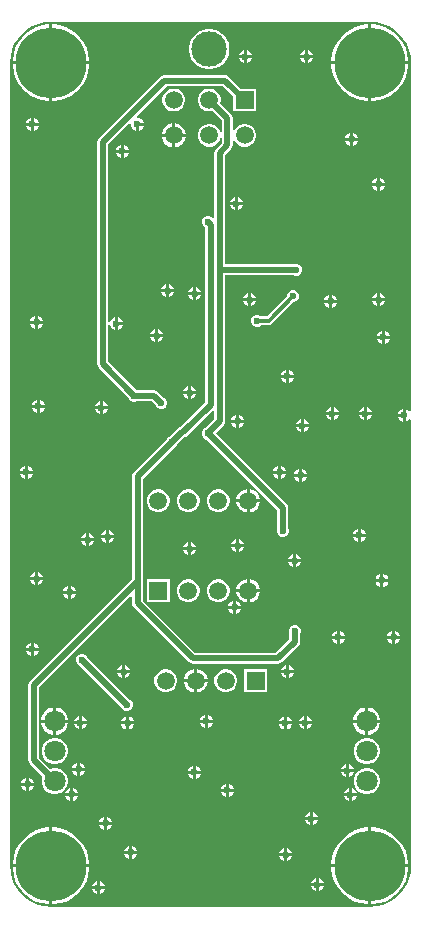
<source format=gbl>
G04*
G04 #@! TF.GenerationSoftware,Altium Limited,Altium Designer,23.0.1 (38)*
G04*
G04 Layer_Physical_Order=2*
G04 Layer_Color=16711680*
%FSLAX44Y44*%
%MOMM*%
G71*
G04*
G04 #@! TF.SameCoordinates,4F8D76B3-19B9-4F14-BD17-49225F6037FE*
G04*
G04*
G04 #@! TF.FilePolarity,Positive*
G04*
G01*
G75*
%ADD27C,0.5080*%
%ADD47C,0.3048*%
%ADD49C,1.5000*%
%ADD50R,1.5000X1.5000*%
%ADD51C,1.8000*%
%ADD52R,1.5000X1.5000*%
%ADD53C,1.5200*%
%ADD54C,3.0000*%
%ADD55R,1.5200X1.5200*%
%ADD56C,6.0000*%
%ADD57C,0.6000*%
G36*
X40064Y754754D02*
X308802D01*
X308809Y754754D01*
X310063Y754754D01*
X311326Y754737D01*
X315503Y754408D01*
X320809Y753135D01*
X325850Y751047D01*
X330503Y748196D01*
X334652Y744652D01*
X338196Y740503D01*
X341047Y735850D01*
X343135Y730809D01*
X344409Y725503D01*
X344737Y721326D01*
X344754Y720063D01*
D01*
X344754Y718809D01*
Y425508D01*
X343484Y425080D01*
X342228Y426337D01*
X340360Y427110D01*
Y421640D01*
Y416170D01*
X342228Y416943D01*
X343484Y418200D01*
X344754Y417772D01*
Y41325D01*
X344754Y41318D01*
X344754Y40064D01*
X344737Y38801D01*
X344409Y34624D01*
X343135Y29318D01*
X341047Y24277D01*
X338196Y19624D01*
X334652Y15475D01*
X330503Y11931D01*
X325850Y9080D01*
X320809Y6992D01*
X315503Y5718D01*
X310360Y5314D01*
X310063Y5372D01*
X40064D01*
X39767Y5314D01*
X34624Y5718D01*
X29318Y6992D01*
X24277Y9080D01*
X19624Y11931D01*
X15475Y15475D01*
X11931Y19624D01*
X9080Y24277D01*
X6992Y29318D01*
X5718Y34624D01*
X5314Y39767D01*
X5372Y40064D01*
Y720063D01*
X5314Y720360D01*
X5718Y725503D01*
X6992Y730809D01*
X9080Y735850D01*
X11931Y740503D01*
X15475Y744652D01*
X19624Y748196D01*
X24277Y751047D01*
X29318Y753135D01*
X34624Y754409D01*
X39767Y754813D01*
X40064Y754754D01*
D02*
G37*
%LPC*%
G36*
X257810Y730640D02*
Y726440D01*
X262010D01*
X261237Y728308D01*
X259678Y729867D01*
X257810Y730640D01*
D02*
G37*
G36*
X255270D02*
X253402Y729867D01*
X251843Y728308D01*
X251070Y726440D01*
X255270D01*
Y730640D01*
D02*
G37*
G36*
X205740D02*
Y726440D01*
X209940D01*
X209167Y728308D01*
X207608Y729867D01*
X205740Y730640D01*
D02*
G37*
G36*
X203200D02*
X201332Y729867D01*
X199773Y728308D01*
X199000Y726440D01*
X203200D01*
Y730640D01*
D02*
G37*
G36*
X312561Y752540D02*
X311270D01*
Y721270D01*
X342540D01*
Y722561D01*
X341739Y727620D01*
X340156Y732491D01*
X337831Y737055D01*
X334820Y741198D01*
X331198Y744820D01*
X327055Y747831D01*
X322491Y750156D01*
X317620Y751739D01*
X312561Y752540D01*
D02*
G37*
G36*
X308730D02*
X307439D01*
X302380Y751739D01*
X297509Y750156D01*
X292945Y747831D01*
X288802Y744820D01*
X285180Y741198D01*
X282169Y737055D01*
X279844Y732491D01*
X278261Y727620D01*
X277460Y722561D01*
Y721270D01*
X308730D01*
Y752540D01*
D02*
G37*
G36*
X42561D02*
X41270D01*
Y721270D01*
X72540D01*
Y722561D01*
X71739Y727620D01*
X70156Y732491D01*
X67831Y737055D01*
X64820Y741198D01*
X61198Y744820D01*
X57055Y747831D01*
X52491Y750156D01*
X47620Y751739D01*
X42561Y752540D01*
D02*
G37*
G36*
X38730D02*
X37439D01*
X32380Y751739D01*
X27509Y750156D01*
X22945Y747831D01*
X18802Y744820D01*
X15180Y741198D01*
X12169Y737055D01*
X9844Y732491D01*
X8261Y727620D01*
X7460Y722561D01*
Y721270D01*
X38730D01*
Y752540D01*
D02*
G37*
G36*
X262010Y723900D02*
X257810D01*
Y719700D01*
X259678Y720473D01*
X261237Y722032D01*
X262010Y723900D01*
D02*
G37*
G36*
X255270D02*
X251070D01*
X251843Y722032D01*
X253402Y720473D01*
X255270Y719700D01*
Y723900D01*
D02*
G37*
G36*
X209940D02*
X205740D01*
Y719700D01*
X207608Y720473D01*
X209167Y722032D01*
X209940Y723900D01*
D02*
G37*
G36*
X203200D02*
X199000D01*
X199773Y722032D01*
X201332Y720473D01*
X203200Y719700D01*
Y723900D01*
D02*
G37*
G36*
X175667Y748552D02*
X172313D01*
X169022Y747897D01*
X165922Y746614D01*
X163133Y744750D01*
X160760Y742377D01*
X158896Y739588D01*
X157612Y736488D01*
X156958Y733197D01*
Y729843D01*
X157612Y726552D01*
X158896Y723452D01*
X160760Y720663D01*
X163133Y718290D01*
X165922Y716426D01*
X169022Y715143D01*
X172313Y714488D01*
X175667D01*
X178958Y715143D01*
X182058Y716426D01*
X184847Y718290D01*
X187220Y720663D01*
X189084Y723452D01*
X190368Y726552D01*
X191022Y729843D01*
Y733197D01*
X190368Y736488D01*
X189084Y739588D01*
X187220Y742377D01*
X184847Y744750D01*
X182058Y746614D01*
X178958Y747897D01*
X175667Y748552D01*
D02*
G37*
G36*
X342540Y718730D02*
X311270D01*
Y687460D01*
X312561D01*
X317620Y688261D01*
X322491Y689844D01*
X327055Y692169D01*
X331198Y695180D01*
X334820Y698802D01*
X337831Y702945D01*
X340156Y707509D01*
X341739Y712380D01*
X342540Y717439D01*
Y718730D01*
D02*
G37*
G36*
X308730D02*
X277460D01*
Y717439D01*
X278261Y712380D01*
X279844Y707509D01*
X282169Y702945D01*
X285180Y698802D01*
X288802Y695180D01*
X292945Y692169D01*
X297509Y689844D01*
X302380Y688261D01*
X307439Y687460D01*
X308730D01*
Y718730D01*
D02*
G37*
G36*
X72540D02*
X41270D01*
Y687460D01*
X42561D01*
X47620Y688261D01*
X52491Y689844D01*
X57055Y692169D01*
X61198Y695180D01*
X64820Y698802D01*
X67831Y702945D01*
X70156Y707509D01*
X71739Y712380D01*
X72540Y717439D01*
Y718730D01*
D02*
G37*
G36*
X38730D02*
X7460D01*
Y717439D01*
X8261Y712380D01*
X9844Y707509D01*
X12169Y702945D01*
X15180Y698802D01*
X18802Y695180D01*
X22945Y692169D01*
X27509Y689844D01*
X32380Y688261D01*
X37439Y687460D01*
X38730D01*
Y718730D01*
D02*
G37*
G36*
X187660Y709512D02*
X135890D01*
X134106Y709157D01*
X132594Y708146D01*
X80524Y656076D01*
X79513Y654564D01*
X79158Y652780D01*
Y464820D01*
X79513Y463036D01*
X80524Y461524D01*
X105854Y436194D01*
X106224Y435300D01*
X107640Y433884D01*
X109489Y433118D01*
X111491D01*
X112385Y433488D01*
X125069D01*
X128714Y429844D01*
X129084Y428950D01*
X130500Y427534D01*
X132349Y426768D01*
X134351D01*
X136200Y427534D01*
X137616Y428950D01*
X138382Y430799D01*
Y432801D01*
X137616Y434650D01*
X136200Y436066D01*
X135306Y436436D01*
X130296Y441446D01*
X128784Y442457D01*
X127000Y442812D01*
X112421D01*
X88482Y466751D01*
Y497908D01*
X89710Y498008D01*
X90553Y495972D01*
X92112Y494413D01*
X93980Y493640D01*
Y499110D01*
Y504580D01*
X92112Y503807D01*
X90553Y502248D01*
X89710Y500212D01*
X88482Y500312D01*
Y650849D01*
X106220Y668588D01*
X107490Y668062D01*
Y666918D01*
X108333Y664882D01*
X109892Y663323D01*
X111760Y662550D01*
Y668020D01*
X113030D01*
Y669290D01*
X118500D01*
X117727Y671158D01*
X116168Y672717D01*
X114132Y673560D01*
X112989D01*
X112462Y674830D01*
X137821Y700188D01*
X185729D01*
X194358Y691560D01*
Y678888D01*
X213622D01*
Y698152D01*
X200950D01*
X190956Y708146D01*
X189444Y709157D01*
X189148Y709216D01*
X187660Y709512D01*
D02*
G37*
G36*
X145258Y698152D02*
X142722D01*
X140272Y697496D01*
X138076Y696227D01*
X136283Y694434D01*
X135014Y692238D01*
X134358Y689788D01*
Y687252D01*
X135014Y684802D01*
X136283Y682606D01*
X138076Y680813D01*
X140272Y679544D01*
X142722Y678888D01*
X145258D01*
X147708Y679544D01*
X149904Y680813D01*
X151698Y682606D01*
X152966Y684802D01*
X153622Y687252D01*
Y689788D01*
X152966Y692238D01*
X151698Y694434D01*
X149904Y696227D01*
X147708Y697496D01*
X145258Y698152D01*
D02*
G37*
G36*
X25400Y673490D02*
Y669290D01*
X29600D01*
X28827Y671158D01*
X27268Y672717D01*
X25400Y673490D01*
D02*
G37*
G36*
X22860D02*
X20992Y672717D01*
X19433Y671158D01*
X18660Y669290D01*
X22860D01*
Y673490D01*
D02*
G37*
G36*
X118500Y666750D02*
X114300D01*
Y662550D01*
X116168Y663323D01*
X117727Y664882D01*
X118500Y666750D01*
D02*
G37*
G36*
X29600D02*
X25400D01*
Y662550D01*
X27268Y663323D01*
X28827Y664882D01*
X29600Y666750D01*
D02*
G37*
G36*
X22860D02*
X18660D01*
X19433Y664882D01*
X20992Y663323D01*
X22860Y662550D01*
Y666750D01*
D02*
G37*
G36*
X175258Y698152D02*
X172722D01*
X170272Y697496D01*
X168076Y696227D01*
X166283Y694434D01*
X165014Y692238D01*
X164358Y689788D01*
Y687252D01*
X165014Y684802D01*
X166283Y682606D01*
X168076Y680813D01*
X170272Y679544D01*
X172722Y678888D01*
X175258D01*
X176655Y679262D01*
X184568Y671349D01*
Y661163D01*
X183298Y660996D01*
X182966Y662238D01*
X181698Y664434D01*
X179904Y666227D01*
X177708Y667496D01*
X175258Y668152D01*
X172722D01*
X170272Y667496D01*
X168076Y666227D01*
X166283Y664434D01*
X165014Y662238D01*
X164358Y659788D01*
Y657252D01*
X165014Y654802D01*
X166283Y652606D01*
X168076Y650813D01*
X170272Y649544D01*
X172722Y648888D01*
X175258D01*
X177708Y649544D01*
X179904Y650813D01*
X181698Y652606D01*
X182966Y654802D01*
X183298Y656044D01*
X184568Y655877D01*
Y652171D01*
X179584Y647186D01*
X178573Y645674D01*
X178218Y643890D01*
Y588663D01*
X177151Y588366D01*
X176948Y588358D01*
X175570Y589736D01*
X173721Y590502D01*
X171719D01*
X169870Y589736D01*
X168454Y588320D01*
X167688Y586471D01*
Y584469D01*
X168454Y582620D01*
X169870Y581204D01*
X170339Y581010D01*
X170646Y580702D01*
Y432509D01*
X150086Y411948D01*
X149127Y411757D01*
X147614Y410747D01*
X140284Y403416D01*
X139390Y403046D01*
X137974Y401630D01*
X137604Y400736D01*
X109988Y373120D01*
X108977Y371608D01*
X108622Y369824D01*
Y282855D01*
X22104Y196336D01*
X21093Y194824D01*
X20738Y193040D01*
Y129540D01*
X21093Y127756D01*
X22104Y126244D01*
X32779Y115568D01*
X32148Y113212D01*
Y110308D01*
X32900Y107502D01*
X34352Y104986D01*
X36406Y102932D01*
X38922Y101480D01*
X41728Y100728D01*
X44632D01*
X47438Y101480D01*
X49954Y102932D01*
X52008Y104986D01*
X53460Y107502D01*
X54212Y110308D01*
Y113212D01*
X53460Y116018D01*
X52008Y118534D01*
X49954Y120588D01*
X47438Y122040D01*
X44632Y122792D01*
X41728D01*
X39372Y122161D01*
X30062Y131471D01*
Y191109D01*
X107449Y268497D01*
X108622Y268011D01*
Y262636D01*
X108977Y260852D01*
X109988Y259340D01*
X156724Y212604D01*
X158236Y211593D01*
X160020Y211238D01*
X232410D01*
X234194Y211593D01*
X235706Y212604D01*
X249676Y226574D01*
X250687Y228086D01*
X251042Y229870D01*
Y236865D01*
X251412Y237759D01*
Y239761D01*
X250646Y241610D01*
X249230Y243026D01*
X247381Y243792D01*
X245379D01*
X243530Y243026D01*
X242114Y241610D01*
X241348Y239761D01*
Y237759D01*
X241718Y236865D01*
Y231801D01*
X230479Y220562D01*
X161951D01*
X117946Y264567D01*
Y367893D01*
X144196Y394144D01*
X145090Y394514D01*
X146506Y395930D01*
X146876Y396824D01*
X153006Y402953D01*
X153965Y403144D01*
X155477Y404154D01*
X177045Y425723D01*
X178218Y425237D01*
Y418491D01*
X170764Y411036D01*
X169870Y410666D01*
X168454Y409250D01*
X167688Y407401D01*
Y405399D01*
X168454Y403550D01*
X169870Y402134D01*
X170764Y401764D01*
X231558Y340969D01*
Y325745D01*
X231188Y324851D01*
Y322849D01*
X231954Y321000D01*
X233370Y319584D01*
X235219Y318818D01*
X237221D01*
X239070Y319584D01*
X240486Y321000D01*
X241252Y322849D01*
Y324851D01*
X240882Y325745D01*
Y342900D01*
X240527Y344684D01*
X239516Y346196D01*
X179312Y406400D01*
X186176Y413264D01*
X187187Y414776D01*
X187542Y416560D01*
Y540168D01*
X245755D01*
X246649Y539798D01*
X248651D01*
X250500Y540564D01*
X251916Y541980D01*
X252682Y543829D01*
Y545831D01*
X251916Y547680D01*
X250500Y549096D01*
X248651Y549862D01*
X246649D01*
X245755Y549492D01*
X187542D01*
Y641959D01*
X192526Y646944D01*
X193537Y648456D01*
X193892Y650240D01*
Y654338D01*
X193907Y654344D01*
X195162Y654547D01*
X196283Y652606D01*
X198076Y650813D01*
X200272Y649544D01*
X202722Y648888D01*
X205258D01*
X207708Y649544D01*
X209904Y650813D01*
X211698Y652606D01*
X212966Y654802D01*
X213622Y657252D01*
Y659788D01*
X212966Y662238D01*
X211698Y664434D01*
X209904Y666227D01*
X207708Y667496D01*
X205258Y668152D01*
X202722D01*
X200272Y667496D01*
X198076Y666227D01*
X196283Y664434D01*
X195162Y662493D01*
X193907Y662696D01*
X193892Y662702D01*
Y673280D01*
X193537Y675064D01*
X192526Y676576D01*
X183248Y685855D01*
X183622Y687252D01*
Y689788D01*
X182966Y692238D01*
X181698Y694434D01*
X179904Y696227D01*
X177708Y697496D01*
X175258Y698152D01*
D02*
G37*
G36*
X145325Y668660D02*
X145260D01*
Y659790D01*
X154130D01*
Y659855D01*
X153439Y662434D01*
X152104Y664746D01*
X150216Y666634D01*
X147904Y667969D01*
X145325Y668660D01*
D02*
G37*
G36*
X142720D02*
X142655D01*
X140076Y667969D01*
X137764Y666634D01*
X135876Y664746D01*
X134541Y662434D01*
X133850Y659855D01*
Y659790D01*
X142720D01*
Y668660D01*
D02*
G37*
G36*
X295910Y660790D02*
Y656590D01*
X300110D01*
X299337Y658458D01*
X297778Y660017D01*
X295910Y660790D01*
D02*
G37*
G36*
X293370D02*
X291502Y660017D01*
X289943Y658458D01*
X289170Y656590D01*
X293370D01*
Y660790D01*
D02*
G37*
G36*
X300110Y654050D02*
X295910D01*
Y649850D01*
X297778Y650623D01*
X299337Y652182D01*
X300110Y654050D01*
D02*
G37*
G36*
X293370D02*
X289170D01*
X289943Y652182D01*
X291502Y650623D01*
X293370Y649850D01*
Y654050D01*
D02*
G37*
G36*
X154130Y657250D02*
X145260D01*
Y648380D01*
X145325D01*
X147904Y649071D01*
X150216Y650406D01*
X152104Y652294D01*
X153439Y654606D01*
X154130Y657185D01*
Y657250D01*
D02*
G37*
G36*
X142720D02*
X133850D01*
Y657185D01*
X134541Y654606D01*
X135876Y652294D01*
X137764Y650406D01*
X140076Y649071D01*
X142655Y648380D01*
X142720D01*
Y657250D01*
D02*
G37*
G36*
X101600Y650630D02*
Y646430D01*
X105800D01*
X105027Y648298D01*
X103468Y649857D01*
X101600Y650630D01*
D02*
G37*
G36*
X99060D02*
X97192Y649857D01*
X95633Y648298D01*
X94860Y646430D01*
X99060D01*
Y650630D01*
D02*
G37*
G36*
X105800Y643890D02*
X101600D01*
Y639690D01*
X103468Y640463D01*
X105027Y642022D01*
X105800Y643890D01*
D02*
G37*
G36*
X99060D02*
X94860D01*
X95633Y642022D01*
X97192Y640463D01*
X99060Y639690D01*
Y643890D01*
D02*
G37*
G36*
X318770Y622690D02*
Y618490D01*
X322970D01*
X322197Y620358D01*
X320638Y621917D01*
X318770Y622690D01*
D02*
G37*
G36*
X316230D02*
X314362Y621917D01*
X312803Y620358D01*
X312030Y618490D01*
X316230D01*
Y622690D01*
D02*
G37*
G36*
X322970Y615950D02*
X318770D01*
Y611750D01*
X320638Y612523D01*
X322197Y614082D01*
X322970Y615950D01*
D02*
G37*
G36*
X316230D02*
X312030D01*
X312803Y614082D01*
X314362Y612523D01*
X316230Y611750D01*
Y615950D01*
D02*
G37*
G36*
X198120Y606180D02*
Y601980D01*
X202320D01*
X201547Y603848D01*
X199988Y605407D01*
X198120Y606180D01*
D02*
G37*
G36*
X195580D02*
X193712Y605407D01*
X192153Y603848D01*
X191380Y601980D01*
X195580D01*
Y606180D01*
D02*
G37*
G36*
X202320Y599440D02*
X198120D01*
Y595240D01*
X199988Y596013D01*
X201547Y597572D01*
X202320Y599440D01*
D02*
G37*
G36*
X195580D02*
X191380D01*
X192153Y597572D01*
X193712Y596013D01*
X195580Y595240D01*
Y599440D01*
D02*
G37*
G36*
X140090Y532520D02*
Y528320D01*
X144291D01*
X143517Y530188D01*
X141959Y531747D01*
X140090Y532520D01*
D02*
G37*
G36*
X137550D02*
X135682Y531747D01*
X134124Y530188D01*
X133350Y528320D01*
X137550D01*
Y532520D01*
D02*
G37*
G36*
X162950Y529980D02*
Y525780D01*
X167151D01*
X166377Y527648D01*
X164818Y529207D01*
X162950Y529980D01*
D02*
G37*
G36*
X160410D02*
X158542Y529207D01*
X156984Y527648D01*
X156210Y525780D01*
X160410D01*
Y529980D01*
D02*
G37*
G36*
X144291Y525780D02*
X140090D01*
Y521580D01*
X141959Y522353D01*
X143517Y523912D01*
X144291Y525780D01*
D02*
G37*
G36*
X137550D02*
X133350D01*
X134124Y523912D01*
X135682Y522353D01*
X137550Y521580D01*
Y525780D01*
D02*
G37*
G36*
X318770Y524900D02*
Y520700D01*
X322970D01*
X322197Y522568D01*
X320638Y524127D01*
X318770Y524900D01*
D02*
G37*
G36*
X316230D02*
X314362Y524127D01*
X312803Y522568D01*
X312030Y520700D01*
X316230D01*
Y524900D01*
D02*
G37*
G36*
X209550D02*
Y520700D01*
X213750D01*
X212977Y522568D01*
X211418Y524127D01*
X209550Y524900D01*
D02*
G37*
G36*
X207010D02*
X205142Y524127D01*
X203583Y522568D01*
X202810Y520700D01*
X207010D01*
Y524900D01*
D02*
G37*
G36*
X278130Y523630D02*
Y519430D01*
X282330D01*
X281557Y521298D01*
X279998Y522857D01*
X278130Y523630D01*
D02*
G37*
G36*
X275590D02*
X273722Y522857D01*
X272163Y521298D01*
X271390Y519430D01*
X275590D01*
Y523630D01*
D02*
G37*
G36*
X167151Y523240D02*
X162950D01*
Y519040D01*
X164818Y519813D01*
X166377Y521372D01*
X167151Y523240D01*
D02*
G37*
G36*
X160410D02*
X156210D01*
X156984Y521372D01*
X158542Y519813D01*
X160410Y519040D01*
Y523240D01*
D02*
G37*
G36*
X322970Y518160D02*
X318770D01*
Y513960D01*
X320638Y514733D01*
X322197Y516292D01*
X322970Y518160D01*
D02*
G37*
G36*
X316230D02*
X312030D01*
X312803Y516292D01*
X314362Y514733D01*
X316230Y513960D01*
Y518160D01*
D02*
G37*
G36*
X213750D02*
X209550D01*
Y513960D01*
X211418Y514733D01*
X212977Y516292D01*
X213750Y518160D01*
D02*
G37*
G36*
X207010D02*
X202810D01*
X203583Y516292D01*
X205142Y514733D01*
X207010Y513960D01*
Y518160D01*
D02*
G37*
G36*
X282330Y516890D02*
X278130D01*
Y512690D01*
X279998Y513463D01*
X281557Y515022D01*
X282330Y516890D01*
D02*
G37*
G36*
X275590D02*
X271390D01*
X272163Y515022D01*
X273722Y513463D01*
X275590Y512690D01*
Y516890D01*
D02*
G37*
G36*
X245878Y527235D02*
X243876D01*
X242026Y526469D01*
X240611Y525054D01*
X239845Y523204D01*
Y522299D01*
X222822Y505276D01*
X218121D01*
X217480Y505916D01*
X215631Y506682D01*
X213629D01*
X211780Y505916D01*
X210364Y504500D01*
X209598Y502651D01*
Y500649D01*
X210364Y498800D01*
X211780Y497384D01*
X213629Y496618D01*
X215631D01*
X217480Y497384D01*
X218121Y498024D01*
X224323D01*
X224324Y498024D01*
X225711Y498300D01*
X226887Y499086D01*
X244972Y517171D01*
X245878D01*
X247727Y517937D01*
X249143Y519353D01*
X249909Y521202D01*
Y523204D01*
X249143Y525054D01*
X247727Y526469D01*
X245878Y527235D01*
D02*
G37*
G36*
X29210Y505850D02*
Y501650D01*
X33410D01*
X32637Y503518D01*
X31078Y505077D01*
X29210Y505850D01*
D02*
G37*
G36*
X26670D02*
X24802Y505077D01*
X23243Y503518D01*
X22470Y501650D01*
X26670D01*
Y505850D01*
D02*
G37*
G36*
X96520Y504580D02*
Y500380D01*
X100720D01*
X99947Y502248D01*
X98388Y503807D01*
X96520Y504580D01*
D02*
G37*
G36*
X26670Y499110D02*
X22470D01*
X23243Y497242D01*
X24802Y495683D01*
X26670Y494910D01*
Y499110D01*
D02*
G37*
G36*
X33410D02*
X29210D01*
Y494910D01*
X31078Y495683D01*
X32637Y497242D01*
X33410Y499110D01*
D02*
G37*
G36*
X100720Y497840D02*
X96520D01*
Y493640D01*
X98388Y494413D01*
X99947Y495972D01*
X100720Y497840D01*
D02*
G37*
G36*
X130810Y494420D02*
Y490220D01*
X135010D01*
X134237Y492088D01*
X132678Y493647D01*
X130810Y494420D01*
D02*
G37*
G36*
X128270D02*
X126402Y493647D01*
X124843Y492088D01*
X124070Y490220D01*
X128270D01*
Y494420D01*
D02*
G37*
G36*
X322580Y493150D02*
Y488950D01*
X326780D01*
X326007Y490818D01*
X324448Y492377D01*
X322580Y493150D01*
D02*
G37*
G36*
X320040D02*
X318172Y492377D01*
X316613Y490818D01*
X315840Y488950D01*
X320040D01*
Y493150D01*
D02*
G37*
G36*
X135010Y487680D02*
X130810D01*
Y483480D01*
X132678Y484253D01*
X134237Y485812D01*
X135010Y487680D01*
D02*
G37*
G36*
X128270D02*
X124070D01*
X124843Y485812D01*
X126402Y484253D01*
X128270Y483480D01*
Y487680D01*
D02*
G37*
G36*
X326780Y486410D02*
X322580D01*
Y482210D01*
X324448Y482983D01*
X326007Y484542D01*
X326780Y486410D01*
D02*
G37*
G36*
X320040D02*
X315840D01*
X316613Y484542D01*
X318172Y482983D01*
X320040Y482210D01*
Y486410D01*
D02*
G37*
G36*
X241300Y460130D02*
Y455930D01*
X245500D01*
X244727Y457798D01*
X243168Y459357D01*
X241300Y460130D01*
D02*
G37*
G36*
X238760D02*
X236892Y459357D01*
X235333Y457798D01*
X234560Y455930D01*
X238760D01*
Y460130D01*
D02*
G37*
G36*
X245500Y453390D02*
X241300D01*
Y449190D01*
X243168Y449963D01*
X244727Y451522D01*
X245500Y453390D01*
D02*
G37*
G36*
X238760D02*
X234560D01*
X235333Y451522D01*
X236892Y449963D01*
X238760Y449190D01*
Y453390D01*
D02*
G37*
G36*
X158750Y446160D02*
Y441960D01*
X162950D01*
X162177Y443828D01*
X160618Y445387D01*
X158750Y446160D01*
D02*
G37*
G36*
X156210D02*
X154342Y445387D01*
X152783Y443828D01*
X152010Y441960D01*
X156210D01*
Y446160D01*
D02*
G37*
G36*
X162950Y439420D02*
X158750D01*
Y435220D01*
X160618Y435993D01*
X162177Y437552D01*
X162950Y439420D01*
D02*
G37*
G36*
X156210D02*
X152010D01*
X152783Y437552D01*
X154342Y435993D01*
X156210Y435220D01*
Y439420D01*
D02*
G37*
G36*
X30480Y434730D02*
Y430530D01*
X34680D01*
X33907Y432398D01*
X32348Y433957D01*
X30480Y434730D01*
D02*
G37*
G36*
X27940D02*
X26072Y433957D01*
X24513Y432398D01*
X23740Y430530D01*
X27940D01*
Y434730D01*
D02*
G37*
G36*
X83820Y433460D02*
Y429260D01*
X88020D01*
X87247Y431128D01*
X85688Y432687D01*
X83820Y433460D01*
D02*
G37*
G36*
X81280D02*
X79412Y432687D01*
X77853Y431128D01*
X77080Y429260D01*
X81280D01*
Y433460D01*
D02*
G37*
G36*
X307340Y428380D02*
Y424180D01*
X311540D01*
X310767Y426048D01*
X309208Y427607D01*
X307340Y428380D01*
D02*
G37*
G36*
X304800D02*
X302932Y427607D01*
X301373Y426048D01*
X300600Y424180D01*
X304800D01*
Y428380D01*
D02*
G37*
G36*
X279400D02*
Y424180D01*
X283600D01*
X282827Y426048D01*
X281268Y427607D01*
X279400Y428380D01*
D02*
G37*
G36*
X276860D02*
X274992Y427607D01*
X273433Y426048D01*
X272660Y424180D01*
X276860D01*
Y428380D01*
D02*
G37*
G36*
X34680Y427990D02*
X30480D01*
Y423790D01*
X32348Y424563D01*
X33907Y426122D01*
X34680Y427990D01*
D02*
G37*
G36*
X27940D02*
X23740D01*
X24513Y426122D01*
X26072Y424563D01*
X27940Y423790D01*
Y427990D01*
D02*
G37*
G36*
X337820Y427110D02*
X335952Y426337D01*
X334393Y424778D01*
X333620Y422910D01*
X337820D01*
Y427110D01*
D02*
G37*
G36*
X88020Y426720D02*
X83820D01*
Y422520D01*
X85688Y423293D01*
X87247Y424852D01*
X88020Y426720D01*
D02*
G37*
G36*
X81280D02*
X77080D01*
X77853Y424852D01*
X79412Y423293D01*
X81280Y422520D01*
Y426720D01*
D02*
G37*
G36*
X199390Y422030D02*
Y417830D01*
X203590D01*
X202817Y419698D01*
X201258Y421257D01*
X199390Y422030D01*
D02*
G37*
G36*
X196850D02*
X194982Y421257D01*
X193423Y419698D01*
X192650Y417830D01*
X196850D01*
Y422030D01*
D02*
G37*
G36*
X311540Y421640D02*
X307340D01*
Y417440D01*
X309208Y418213D01*
X310767Y419772D01*
X311540Y421640D01*
D02*
G37*
G36*
X304800D02*
X300600D01*
X301373Y419772D01*
X302932Y418213D01*
X304800Y417440D01*
Y421640D01*
D02*
G37*
G36*
X283600D02*
X279400D01*
Y417440D01*
X281268Y418213D01*
X282827Y419772D01*
X283600Y421640D01*
D02*
G37*
G36*
X276860D02*
X272660D01*
X273433Y419772D01*
X274992Y418213D01*
X276860Y417440D01*
Y421640D01*
D02*
G37*
G36*
X337820Y420370D02*
X333620D01*
X334393Y418502D01*
X335952Y416943D01*
X337820Y416170D01*
Y420370D01*
D02*
G37*
G36*
X254000Y418220D02*
Y414020D01*
X258200D01*
X257427Y415888D01*
X255868Y417447D01*
X254000Y418220D01*
D02*
G37*
G36*
X251460D02*
X249592Y417447D01*
X248033Y415888D01*
X247260Y414020D01*
X251460D01*
Y418220D01*
D02*
G37*
G36*
X203590Y415290D02*
X199390D01*
Y411090D01*
X201258Y411863D01*
X202817Y413422D01*
X203590Y415290D01*
D02*
G37*
G36*
X196850D02*
X192650D01*
X193423Y413422D01*
X194982Y411863D01*
X196850Y411090D01*
Y415290D01*
D02*
G37*
G36*
X258200Y411480D02*
X254000D01*
Y407280D01*
X255868Y408053D01*
X257427Y409612D01*
X258200Y411480D01*
D02*
G37*
G36*
X251460D02*
X247260D01*
X248033Y409612D01*
X249592Y408053D01*
X251460Y407280D01*
Y411480D01*
D02*
G37*
G36*
X234950Y378850D02*
Y374650D01*
X239150D01*
X238377Y376518D01*
X236818Y378077D01*
X234950Y378850D01*
D02*
G37*
G36*
X232410D02*
X230542Y378077D01*
X228983Y376518D01*
X228210Y374650D01*
X232410D01*
Y378850D01*
D02*
G37*
G36*
X20320D02*
Y374650D01*
X24520D01*
X23747Y376518D01*
X22188Y378077D01*
X20320Y378850D01*
D02*
G37*
G36*
X17780D02*
X15912Y378077D01*
X14353Y376518D01*
X13580Y374650D01*
X17780D01*
Y378850D01*
D02*
G37*
G36*
X252730Y376310D02*
Y372110D01*
X256930D01*
X256157Y373978D01*
X254598Y375537D01*
X252730Y376310D01*
D02*
G37*
G36*
X250190D02*
X248322Y375537D01*
X246763Y373978D01*
X245990Y372110D01*
X250190D01*
Y376310D01*
D02*
G37*
G36*
X24520Y372110D02*
X20320D01*
Y367910D01*
X22188Y368683D01*
X23747Y370242D01*
X24520Y372110D01*
D02*
G37*
G36*
X17780D02*
X13580D01*
X14353Y370242D01*
X15912Y368683D01*
X17780Y367910D01*
Y372110D01*
D02*
G37*
G36*
X239150D02*
X234950D01*
Y367910D01*
X236818Y368683D01*
X238377Y370242D01*
X239150Y372110D01*
D02*
G37*
G36*
X232410D02*
X228210D01*
X228983Y370242D01*
X230542Y368683D01*
X232410Y367910D01*
Y372110D01*
D02*
G37*
G36*
X256930Y369570D02*
X252730D01*
Y365370D01*
X254598Y366143D01*
X256157Y367702D01*
X256930Y369570D01*
D02*
G37*
G36*
X250190D02*
X245990D01*
X246763Y367702D01*
X248322Y366143D01*
X250190Y365370D01*
Y369570D01*
D02*
G37*
G36*
X208332Y359290D02*
X208280D01*
Y350520D01*
X217050D01*
Y350572D01*
X216366Y353125D01*
X215044Y355415D01*
X213175Y357284D01*
X210885Y358606D01*
X208332Y359290D01*
D02*
G37*
G36*
X205740D02*
X205688D01*
X203135Y358606D01*
X200845Y357284D01*
X198976Y355415D01*
X197654Y353125D01*
X196970Y350572D01*
Y350520D01*
X205740D01*
Y359290D01*
D02*
G37*
G36*
X182865Y358782D02*
X180355D01*
X177931Y358132D01*
X175757Y356878D01*
X173983Y355103D01*
X172728Y352929D01*
X172078Y350505D01*
Y347995D01*
X172728Y345571D01*
X173983Y343397D01*
X175757Y341623D01*
X177931Y340368D01*
X180355Y339718D01*
X182865D01*
X185289Y340368D01*
X187463Y341623D01*
X189237Y343397D01*
X190492Y345571D01*
X191142Y347995D01*
Y350505D01*
X190492Y352929D01*
X189237Y355103D01*
X187463Y356878D01*
X185289Y358132D01*
X182865Y358782D01*
D02*
G37*
G36*
X157465D02*
X154955D01*
X152531Y358132D01*
X150357Y356878D01*
X148582Y355103D01*
X147328Y352929D01*
X146678Y350505D01*
Y347995D01*
X147328Y345571D01*
X148582Y343397D01*
X150357Y341623D01*
X152531Y340368D01*
X154955Y339718D01*
X157465D01*
X159889Y340368D01*
X162063Y341623D01*
X163838Y343397D01*
X165092Y345571D01*
X165742Y347995D01*
Y350505D01*
X165092Y352929D01*
X163838Y355103D01*
X162063Y356878D01*
X159889Y358132D01*
X157465Y358782D01*
D02*
G37*
G36*
X132065D02*
X129555D01*
X127131Y358132D01*
X124957Y356878D01*
X123182Y355103D01*
X121928Y352929D01*
X121278Y350505D01*
Y347995D01*
X121928Y345571D01*
X123182Y343397D01*
X124957Y341623D01*
X127131Y340368D01*
X129555Y339718D01*
X132065D01*
X134489Y340368D01*
X136663Y341623D01*
X138438Y343397D01*
X139692Y345571D01*
X140342Y347995D01*
Y350505D01*
X139692Y352929D01*
X138438Y355103D01*
X136663Y356878D01*
X134489Y358132D01*
X132065Y358782D01*
D02*
G37*
G36*
X217050Y347980D02*
X208280D01*
Y339210D01*
X208332D01*
X210885Y339894D01*
X213175Y341216D01*
X215044Y343085D01*
X216366Y345375D01*
X217050Y347928D01*
Y347980D01*
D02*
G37*
G36*
X205740D02*
X196970D01*
Y347928D01*
X197654Y345375D01*
X198976Y343085D01*
X200845Y341216D01*
X203135Y339894D01*
X205688Y339210D01*
X205740D01*
Y347980D01*
D02*
G37*
G36*
X302260Y325510D02*
Y321310D01*
X306460D01*
X305687Y323178D01*
X304128Y324737D01*
X302260Y325510D01*
D02*
G37*
G36*
X299720D02*
X297852Y324737D01*
X296293Y323178D01*
X295520Y321310D01*
X299720D01*
Y325510D01*
D02*
G37*
G36*
X89170Y324240D02*
Y320040D01*
X93370D01*
X92597Y321908D01*
X91038Y323467D01*
X89170Y324240D01*
D02*
G37*
G36*
X86630D02*
X84762Y323467D01*
X83203Y321908D01*
X82430Y320040D01*
X86630D01*
Y324240D01*
D02*
G37*
G36*
X72390Y321700D02*
Y317500D01*
X76590D01*
X75817Y319368D01*
X74258Y320927D01*
X72390Y321700D01*
D02*
G37*
G36*
X69850D02*
X67982Y320927D01*
X66423Y319368D01*
X65650Y317500D01*
X69850D01*
Y321700D01*
D02*
G37*
G36*
X306460Y318770D02*
X302260D01*
Y314570D01*
X304128Y315343D01*
X305687Y316902D01*
X306460Y318770D01*
D02*
G37*
G36*
X299720D02*
X295520D01*
X296293Y316902D01*
X297852Y315343D01*
X299720Y314570D01*
Y318770D01*
D02*
G37*
G36*
X93370Y317500D02*
X89170D01*
Y313300D01*
X91038Y314073D01*
X92597Y315632D01*
X93370Y317500D01*
D02*
G37*
G36*
X86630D02*
X82430D01*
X83203Y315632D01*
X84762Y314073D01*
X86630Y313300D01*
Y317500D01*
D02*
G37*
G36*
X199390Y316620D02*
Y312420D01*
X203590D01*
X202817Y314288D01*
X201258Y315847D01*
X199390Y316620D01*
D02*
G37*
G36*
X196850D02*
X194982Y315847D01*
X193423Y314288D01*
X192650Y312420D01*
X196850D01*
Y316620D01*
D02*
G37*
G36*
X76590Y314960D02*
X72390D01*
Y310760D01*
X74258Y311533D01*
X75817Y313092D01*
X76590Y314960D01*
D02*
G37*
G36*
X69850D02*
X65650D01*
X66423Y313092D01*
X67982Y311533D01*
X69850Y310760D01*
Y314960D01*
D02*
G37*
G36*
X158750Y314080D02*
Y309880D01*
X162950D01*
X162177Y311748D01*
X160618Y313307D01*
X158750Y314080D01*
D02*
G37*
G36*
X156210D02*
X154342Y313307D01*
X152783Y311748D01*
X152010Y309880D01*
X156210D01*
Y314080D01*
D02*
G37*
G36*
X203590Y309880D02*
X199390D01*
Y305680D01*
X201258Y306453D01*
X202817Y308012D01*
X203590Y309880D01*
D02*
G37*
G36*
X196850D02*
X192650D01*
X193423Y308012D01*
X194982Y306453D01*
X196850Y305680D01*
Y309880D01*
D02*
G37*
G36*
X162950Y307340D02*
X158750D01*
Y303140D01*
X160618Y303913D01*
X162177Y305472D01*
X162950Y307340D01*
D02*
G37*
G36*
X156210D02*
X152010D01*
X152783Y305472D01*
X154342Y303913D01*
X156210Y303140D01*
Y307340D01*
D02*
G37*
G36*
X247650Y303920D02*
Y299720D01*
X251850D01*
X251077Y301588D01*
X249518Y303147D01*
X247650Y303920D01*
D02*
G37*
G36*
X245110D02*
X243242Y303147D01*
X241683Y301588D01*
X240910Y299720D01*
X245110D01*
Y303920D01*
D02*
G37*
G36*
X251850Y297180D02*
X247650D01*
Y292980D01*
X249518Y293753D01*
X251077Y295312D01*
X251850Y297180D01*
D02*
G37*
G36*
X245110D02*
X240910D01*
X241683Y295312D01*
X243242Y293753D01*
X245110Y292980D01*
Y297180D01*
D02*
G37*
G36*
X29210Y288680D02*
Y284480D01*
X33410D01*
X32637Y286348D01*
X31078Y287907D01*
X29210Y288680D01*
D02*
G37*
G36*
X26670D02*
X24802Y287907D01*
X23243Y286348D01*
X22470Y284480D01*
X26670D01*
Y288680D01*
D02*
G37*
G36*
X321516Y287410D02*
Y283210D01*
X325716D01*
X324943Y285078D01*
X323384Y286637D01*
X321516Y287410D01*
D02*
G37*
G36*
X318976D02*
X317108Y286637D01*
X315549Y285078D01*
X314776Y283210D01*
X318976D01*
Y287410D01*
D02*
G37*
G36*
X26670Y281940D02*
X22470D01*
X23243Y280072D01*
X24802Y278513D01*
X26670Y277740D01*
Y281940D01*
D02*
G37*
G36*
X33410D02*
X29210D01*
Y277740D01*
X31078Y278513D01*
X32637Y280072D01*
X33410Y281940D01*
D02*
G37*
G36*
X325716Y280670D02*
X321516D01*
Y276470D01*
X323384Y277243D01*
X324943Y278802D01*
X325716Y280670D01*
D02*
G37*
G36*
X318976D02*
X314776D01*
X315549Y278802D01*
X317108Y277243D01*
X318976Y276470D01*
Y280670D01*
D02*
G37*
G36*
X208332Y283090D02*
X208280D01*
Y274320D01*
X217050D01*
Y274372D01*
X216366Y276925D01*
X215044Y279215D01*
X213175Y281084D01*
X210885Y282406D01*
X208332Y283090D01*
D02*
G37*
G36*
X205740D02*
X205688D01*
X203135Y282406D01*
X200845Y281084D01*
X198976Y279215D01*
X197654Y276925D01*
X196970Y274372D01*
Y274320D01*
X205740D01*
Y283090D01*
D02*
G37*
G36*
X57150Y277250D02*
Y273050D01*
X61350D01*
X60577Y274918D01*
X59018Y276477D01*
X57150Y277250D01*
D02*
G37*
G36*
X54610D02*
X52742Y276477D01*
X51183Y274918D01*
X50410Y273050D01*
X54610D01*
Y277250D01*
D02*
G37*
G36*
Y270510D02*
X50410D01*
X51183Y268642D01*
X52742Y267083D01*
X54610Y266310D01*
Y270510D01*
D02*
G37*
G36*
X61350D02*
X57150D01*
Y266310D01*
X59018Y267083D01*
X60577Y268642D01*
X61350Y270510D01*
D02*
G37*
G36*
X182865Y282582D02*
X180355D01*
X177931Y281932D01*
X175757Y280678D01*
X173983Y278903D01*
X172728Y276729D01*
X172078Y274305D01*
Y271795D01*
X172728Y269371D01*
X173983Y267197D01*
X175757Y265422D01*
X177931Y264168D01*
X180355Y263518D01*
X182865D01*
X185289Y264168D01*
X187463Y265422D01*
X189237Y267197D01*
X190492Y269371D01*
X191142Y271795D01*
Y274305D01*
X190492Y276729D01*
X189237Y278903D01*
X187463Y280678D01*
X185289Y281932D01*
X182865Y282582D01*
D02*
G37*
G36*
X157465D02*
X154955D01*
X152531Y281932D01*
X150357Y280678D01*
X148582Y278903D01*
X147328Y276729D01*
X146678Y274305D01*
Y271795D01*
X147328Y269371D01*
X148582Y267197D01*
X150357Y265422D01*
X152531Y264168D01*
X154955Y263518D01*
X157465D01*
X159889Y264168D01*
X162063Y265422D01*
X163838Y267197D01*
X165092Y269371D01*
X165742Y271795D01*
Y274305D01*
X165092Y276729D01*
X163838Y278903D01*
X162063Y280678D01*
X159889Y281932D01*
X157465Y282582D01*
D02*
G37*
G36*
X140342D02*
X121278D01*
Y263518D01*
X140342D01*
Y282582D01*
D02*
G37*
G36*
X217050Y271780D02*
X208280D01*
Y263010D01*
X208332D01*
X210885Y263694D01*
X213175Y265016D01*
X215044Y266885D01*
X216366Y269175D01*
X217050Y271728D01*
Y271780D01*
D02*
G37*
G36*
X205740D02*
X196970D01*
Y271728D01*
X197654Y269175D01*
X198976Y266885D01*
X200845Y265016D01*
X203135Y263694D01*
X205688Y263010D01*
X205740D01*
Y271780D01*
D02*
G37*
G36*
X196850Y264550D02*
Y260350D01*
X201050D01*
X200277Y262218D01*
X198718Y263777D01*
X196850Y264550D01*
D02*
G37*
G36*
X194310D02*
X192442Y263777D01*
X190883Y262218D01*
X190110Y260350D01*
X194310D01*
Y264550D01*
D02*
G37*
G36*
X201050Y257810D02*
X196850D01*
Y253610D01*
X198718Y254383D01*
X200277Y255942D01*
X201050Y257810D01*
D02*
G37*
G36*
X194310D02*
X190110D01*
X190883Y255942D01*
X192442Y254383D01*
X194310Y253610D01*
Y257810D01*
D02*
G37*
G36*
X331470Y239150D02*
Y234950D01*
X335670D01*
X334897Y236818D01*
X333338Y238377D01*
X331470Y239150D01*
D02*
G37*
G36*
X328930D02*
X327062Y238377D01*
X325503Y236818D01*
X324730Y234950D01*
X328930D01*
Y239150D01*
D02*
G37*
G36*
X284480D02*
Y234950D01*
X288680D01*
X287907Y236818D01*
X286348Y238377D01*
X284480Y239150D01*
D02*
G37*
G36*
X281940D02*
X280072Y238377D01*
X278513Y236818D01*
X277740Y234950D01*
X281940D01*
Y239150D01*
D02*
G37*
G36*
X335670Y232410D02*
X331470D01*
Y228210D01*
X333338Y228983D01*
X334897Y230542D01*
X335670Y232410D01*
D02*
G37*
G36*
X328930D02*
X324730D01*
X325503Y230542D01*
X327062Y228983D01*
X328930Y228210D01*
Y232410D01*
D02*
G37*
G36*
X288680D02*
X284480D01*
Y228210D01*
X286348Y228983D01*
X287907Y230542D01*
X288680Y232410D01*
D02*
G37*
G36*
X281940D02*
X277740D01*
X278513Y230542D01*
X280072Y228983D01*
X281940Y228210D01*
Y232410D01*
D02*
G37*
G36*
X25400Y228990D02*
Y224790D01*
X29600D01*
X28827Y226658D01*
X27268Y228217D01*
X25400Y228990D01*
D02*
G37*
G36*
X22860D02*
X20992Y228217D01*
X19433Y226658D01*
X18660Y224790D01*
X22860D01*
Y228990D01*
D02*
G37*
G36*
X29600Y222250D02*
X25400D01*
Y218050D01*
X27268Y218823D01*
X28827Y220382D01*
X29600Y222250D01*
D02*
G37*
G36*
X22860D02*
X18660D01*
X19433Y220382D01*
X20992Y218823D01*
X22860Y218050D01*
Y222250D01*
D02*
G37*
G36*
X241300Y209940D02*
Y205740D01*
X245500D01*
X244727Y207608D01*
X243168Y209167D01*
X241300Y209940D01*
D02*
G37*
G36*
X238760D02*
X236892Y209167D01*
X235333Y207608D01*
X234560Y205740D01*
X238760D01*
Y209940D01*
D02*
G37*
G36*
X102870D02*
Y205740D01*
X107070D01*
X106297Y207608D01*
X104738Y209167D01*
X102870Y209940D01*
D02*
G37*
G36*
X100330D02*
X98462Y209167D01*
X96903Y207608D01*
X96130Y205740D01*
X100330D01*
Y209940D01*
D02*
G37*
G36*
X245500Y203200D02*
X241300D01*
Y199000D01*
X243168Y199773D01*
X244727Y201332D01*
X245500Y203200D01*
D02*
G37*
G36*
X238760D02*
X234560D01*
X235333Y201332D01*
X236892Y199773D01*
X238760Y199000D01*
Y203200D01*
D02*
G37*
G36*
X107070D02*
X102870D01*
Y199000D01*
X104738Y199773D01*
X106297Y201332D01*
X107070Y203200D01*
D02*
G37*
G36*
X100330D02*
X96130D01*
X96903Y201332D01*
X98462Y199773D01*
X100330Y199000D01*
Y203200D01*
D02*
G37*
G36*
X163882Y206890D02*
X163830D01*
Y198120D01*
X172600D01*
Y198172D01*
X171916Y200725D01*
X170594Y203015D01*
X168725Y204884D01*
X166435Y206206D01*
X163882Y206890D01*
D02*
G37*
G36*
X161290D02*
X161238D01*
X158685Y206206D01*
X156395Y204884D01*
X154526Y203015D01*
X153204Y200725D01*
X152520Y198172D01*
Y198120D01*
X161290D01*
Y206890D01*
D02*
G37*
G36*
X222892Y206382D02*
X203828D01*
Y187318D01*
X222892D01*
Y206382D01*
D02*
G37*
G36*
X189215D02*
X186705D01*
X184281Y205732D01*
X182107Y204478D01*
X180333Y202703D01*
X179078Y200529D01*
X178428Y198105D01*
Y195595D01*
X179078Y193171D01*
X180333Y190997D01*
X182107Y189223D01*
X184281Y187968D01*
X186705Y187318D01*
X189215D01*
X191639Y187968D01*
X193813Y189223D01*
X195588Y190997D01*
X196842Y193171D01*
X197492Y195595D01*
Y198105D01*
X196842Y200529D01*
X195588Y202703D01*
X193813Y204478D01*
X191639Y205732D01*
X189215Y206382D01*
D02*
G37*
G36*
X138415D02*
X135905D01*
X133481Y205732D01*
X131307Y204478D01*
X129532Y202703D01*
X128278Y200529D01*
X127628Y198105D01*
Y195595D01*
X128278Y193171D01*
X129532Y190997D01*
X131307Y189223D01*
X133481Y187968D01*
X135905Y187318D01*
X138415D01*
X140839Y187968D01*
X143013Y189223D01*
X144788Y190997D01*
X146042Y193171D01*
X146692Y195595D01*
Y198105D01*
X146042Y200529D01*
X144788Y202703D01*
X143013Y204478D01*
X140839Y205732D01*
X138415Y206382D01*
D02*
G37*
G36*
X172600Y195580D02*
X163830D01*
Y186810D01*
X163882D01*
X166435Y187494D01*
X168725Y188816D01*
X170594Y190685D01*
X171916Y192975D01*
X172600Y195528D01*
Y195580D01*
D02*
G37*
G36*
X161290D02*
X152520D01*
Y195528D01*
X153204Y192975D01*
X154526Y190685D01*
X156395Y188816D01*
X158685Y187494D01*
X161238Y186810D01*
X161290D01*
Y195580D01*
D02*
G37*
G36*
X67089Y219662D02*
X65087D01*
X63238Y218896D01*
X61822Y217480D01*
X61056Y215631D01*
Y213629D01*
X61822Y211780D01*
X63238Y210364D01*
X64091Y210011D01*
X99487Y174615D01*
X99874Y173680D01*
X101290Y172264D01*
X103139Y171498D01*
X105141D01*
X106990Y172264D01*
X108406Y173680D01*
X109172Y175529D01*
Y177531D01*
X108406Y179380D01*
X106990Y180796D01*
X106137Y181149D01*
X70741Y216545D01*
X70354Y217480D01*
X68938Y218896D01*
X67089Y219662D01*
D02*
G37*
G36*
X308859Y174100D02*
X308610D01*
Y163830D01*
X318880D01*
Y164079D01*
X318093Y167014D01*
X316574Y169646D01*
X314426Y171794D01*
X311794Y173314D01*
X308859Y174100D01*
D02*
G37*
G36*
X44699D02*
X44450D01*
Y163830D01*
X54720D01*
Y164079D01*
X53934Y167014D01*
X52414Y169646D01*
X50266Y171794D01*
X47634Y173314D01*
X44699Y174100D01*
D02*
G37*
G36*
X172720Y168030D02*
Y163830D01*
X176920D01*
X176147Y165698D01*
X174588Y167257D01*
X172720Y168030D01*
D02*
G37*
G36*
X170180D02*
X168312Y167257D01*
X166753Y165698D01*
X165980Y163830D01*
X170180D01*
Y168030D01*
D02*
G37*
G36*
X41910Y174100D02*
X41661D01*
X38726Y173314D01*
X36094Y171794D01*
X33946Y169646D01*
X32427Y167014D01*
X31640Y164079D01*
Y163830D01*
X41910D01*
Y174100D01*
D02*
G37*
G36*
X306070D02*
X305821D01*
X302886Y173314D01*
X300254Y171794D01*
X298106Y169646D01*
X296586Y167014D01*
X295800Y164079D01*
Y163830D01*
X306070D01*
Y174100D01*
D02*
G37*
G36*
X256540Y166760D02*
Y162560D01*
X260740D01*
X259967Y164428D01*
X258408Y165987D01*
X256540Y166760D01*
D02*
G37*
G36*
X254000D02*
X252132Y165987D01*
X250573Y164428D01*
X249800Y162560D01*
X254000D01*
Y166760D01*
D02*
G37*
G36*
X66040D02*
Y162560D01*
X70240D01*
X69467Y164428D01*
X67908Y165987D01*
X66040Y166760D01*
D02*
G37*
G36*
X63500D02*
X61632Y165987D01*
X60073Y164428D01*
X59300Y162560D01*
X63500D01*
Y166760D01*
D02*
G37*
G36*
X239730Y166460D02*
Y162260D01*
X243930D01*
X243157Y164128D01*
X241598Y165687D01*
X239730Y166460D01*
D02*
G37*
G36*
X237190D02*
X235322Y165687D01*
X233763Y164128D01*
X232990Y162260D01*
X237190D01*
Y166460D01*
D02*
G37*
G36*
X106380D02*
Y162260D01*
X110580D01*
X109807Y164128D01*
X108248Y165687D01*
X106380Y166460D01*
D02*
G37*
G36*
X103840D02*
X101972Y165687D01*
X100413Y164128D01*
X99640Y162260D01*
X103840D01*
Y166460D01*
D02*
G37*
G36*
X176920Y161290D02*
X172720D01*
Y157090D01*
X174588Y157863D01*
X176147Y159422D01*
X176920Y161290D01*
D02*
G37*
G36*
X170180D02*
X165980D01*
X166753Y159422D01*
X168312Y157863D01*
X170180Y157090D01*
Y161290D01*
D02*
G37*
G36*
X70240Y160020D02*
X66040D01*
Y155820D01*
X67908Y156593D01*
X69467Y158152D01*
X70240Y160020D01*
D02*
G37*
G36*
X63500D02*
X59300D01*
X60073Y158152D01*
X61632Y156593D01*
X63500Y155820D01*
Y160020D01*
D02*
G37*
G36*
X260740D02*
X256540D01*
Y155820D01*
X258408Y156593D01*
X259967Y158152D01*
X260740Y160020D01*
D02*
G37*
G36*
X254000D02*
X249800D01*
X250573Y158152D01*
X252132Y156593D01*
X254000Y155820D01*
Y160020D01*
D02*
G37*
G36*
X243930Y159720D02*
X239730D01*
Y155520D01*
X241598Y156293D01*
X243157Y157852D01*
X243930Y159720D01*
D02*
G37*
G36*
X237190D02*
X232990D01*
X233763Y157852D01*
X235322Y156293D01*
X237190Y155520D01*
Y159720D01*
D02*
G37*
G36*
X110580D02*
X106380D01*
Y155520D01*
X108248Y156293D01*
X109807Y157852D01*
X110580Y159720D01*
D02*
G37*
G36*
X103840D02*
X99640D01*
X100413Y157852D01*
X101972Y156293D01*
X103840Y155520D01*
Y159720D01*
D02*
G37*
G36*
X318880Y161290D02*
X308610D01*
Y151020D01*
X308859D01*
X311794Y151806D01*
X314426Y153326D01*
X316574Y155474D01*
X318093Y158106D01*
X318880Y161041D01*
Y161290D01*
D02*
G37*
G36*
X306070D02*
X295800D01*
Y161041D01*
X296586Y158106D01*
X298106Y155474D01*
X300254Y153326D01*
X302886Y151806D01*
X305821Y151020D01*
X306070D01*
Y161290D01*
D02*
G37*
G36*
X54720D02*
X44450D01*
Y151020D01*
X44699D01*
X47634Y151806D01*
X50266Y153326D01*
X52414Y155474D01*
X53934Y158106D01*
X54720Y161041D01*
Y161290D01*
D02*
G37*
G36*
X41910D02*
X31640D01*
Y161041D01*
X32427Y158106D01*
X33946Y155474D01*
X36094Y153326D01*
X38726Y151806D01*
X41661Y151020D01*
X41910D01*
Y161290D01*
D02*
G37*
G36*
X308792Y148192D02*
X305888D01*
X303082Y147440D01*
X300566Y145988D01*
X298512Y143934D01*
X297060Y141418D01*
X296308Y138612D01*
Y135708D01*
X297060Y132902D01*
X298512Y130386D01*
X300566Y128332D01*
X303082Y126880D01*
X305888Y126128D01*
X308792D01*
X311598Y126880D01*
X314114Y128332D01*
X316168Y130386D01*
X317620Y132902D01*
X318372Y135708D01*
Y138612D01*
X317620Y141418D01*
X316168Y143934D01*
X314114Y145988D01*
X311598Y147440D01*
X308792Y148192D01*
D02*
G37*
G36*
X44632D02*
X41728D01*
X38922Y147440D01*
X36406Y145988D01*
X34352Y143934D01*
X32900Y141418D01*
X32148Y138612D01*
Y135708D01*
X32900Y132902D01*
X34352Y130386D01*
X36406Y128332D01*
X38922Y126880D01*
X41728Y126128D01*
X44632D01*
X47438Y126880D01*
X49954Y128332D01*
X52008Y130386D01*
X53460Y132902D01*
X54212Y135708D01*
Y138612D01*
X53460Y141418D01*
X52008Y143934D01*
X49954Y145988D01*
X47438Y147440D01*
X44632Y148192D01*
D02*
G37*
G36*
X64770Y127390D02*
Y123190D01*
X68970D01*
X68197Y125058D01*
X66638Y126617D01*
X64770Y127390D01*
D02*
G37*
G36*
X62230D02*
X60362Y126617D01*
X58803Y125058D01*
X58030Y123190D01*
X62230D01*
Y127390D01*
D02*
G37*
G36*
X292100Y126120D02*
Y121920D01*
X296300D01*
X295527Y123788D01*
X293968Y125347D01*
X292100Y126120D01*
D02*
G37*
G36*
X289560D02*
X287692Y125347D01*
X286133Y123788D01*
X285360Y121920D01*
X289560D01*
Y126120D01*
D02*
G37*
G36*
X162560Y124850D02*
Y120650D01*
X166760D01*
X165987Y122518D01*
X164428Y124077D01*
X162560Y124850D01*
D02*
G37*
G36*
X160020D02*
X158152Y124077D01*
X156593Y122518D01*
X155820Y120650D01*
X160020D01*
Y124850D01*
D02*
G37*
G36*
X68970Y120650D02*
X64770D01*
Y116450D01*
X66638Y117223D01*
X68197Y118782D01*
X68970Y120650D01*
D02*
G37*
G36*
X62230D02*
X58030D01*
X58803Y118782D01*
X60362Y117223D01*
X62230Y116450D01*
Y120650D01*
D02*
G37*
G36*
X296300Y119380D02*
X292100D01*
Y115180D01*
X293968Y115953D01*
X295527Y117512D01*
X296300Y119380D01*
D02*
G37*
G36*
X289560D02*
X285360D01*
X286133Y117512D01*
X287692Y115953D01*
X289560Y115180D01*
Y119380D01*
D02*
G37*
G36*
X166760Y118110D02*
X162560D01*
Y113910D01*
X164428Y114683D01*
X165987Y116242D01*
X166760Y118110D01*
D02*
G37*
G36*
X160020D02*
X155820D01*
X156593Y116242D01*
X158152Y114683D01*
X160020Y113910D01*
Y118110D01*
D02*
G37*
G36*
X21590Y114690D02*
Y110490D01*
X25790D01*
X25017Y112358D01*
X23458Y113917D01*
X21590Y114690D01*
D02*
G37*
G36*
X19050D02*
X17182Y113917D01*
X15623Y112358D01*
X14850Y110490D01*
X19050D01*
Y114690D01*
D02*
G37*
G36*
X190500Y109610D02*
Y105410D01*
X194700D01*
X193927Y107278D01*
X192368Y108837D01*
X190500Y109610D01*
D02*
G37*
G36*
X187960D02*
X186092Y108837D01*
X184533Y107278D01*
X183760Y105410D01*
X187960D01*
Y109610D01*
D02*
G37*
G36*
X25790Y107950D02*
X21590D01*
Y103750D01*
X23458Y104523D01*
X25017Y106082D01*
X25790Y107950D01*
D02*
G37*
G36*
X19050D02*
X14850D01*
X15623Y106082D01*
X17182Y104523D01*
X19050Y103750D01*
Y107950D01*
D02*
G37*
G36*
X58976Y105966D02*
Y101766D01*
X63176D01*
X62403Y103634D01*
X60844Y105192D01*
X58976Y105966D01*
D02*
G37*
G36*
X56436D02*
X54568Y105192D01*
X53009Y103634D01*
X52236Y101766D01*
X56436D01*
Y105966D01*
D02*
G37*
G36*
X294735Y105706D02*
Y101505D01*
X298935D01*
X298161Y103373D01*
X296603Y104932D01*
X294735Y105706D01*
D02*
G37*
G36*
X292195D02*
X290326Y104932D01*
X288768Y103373D01*
X287994Y101505D01*
X292195D01*
Y105706D01*
D02*
G37*
G36*
X308792Y122792D02*
X305888D01*
X303082Y122040D01*
X300566Y120588D01*
X298512Y118534D01*
X297060Y116018D01*
X296308Y113212D01*
Y110308D01*
X297060Y107502D01*
X298512Y104986D01*
X300566Y102932D01*
X303082Y101480D01*
X305888Y100728D01*
X308792D01*
X311598Y101480D01*
X314114Y102932D01*
X316168Y104986D01*
X317620Y107502D01*
X318372Y110308D01*
Y113212D01*
X317620Y116018D01*
X316168Y118534D01*
X314114Y120588D01*
X311598Y122040D01*
X308792Y122792D01*
D02*
G37*
G36*
X194700Y102870D02*
X190500D01*
Y98670D01*
X192368Y99443D01*
X193927Y101002D01*
X194700Y102870D01*
D02*
G37*
G36*
X187960D02*
X183760D01*
X184533Y101002D01*
X186092Y99443D01*
X187960Y98670D01*
Y102870D01*
D02*
G37*
G36*
X63176Y99226D02*
X58976D01*
Y95025D01*
X60844Y95799D01*
X62403Y97357D01*
X63176Y99226D01*
D02*
G37*
G36*
X56436D02*
X52236D01*
X53009Y97357D01*
X54568Y95799D01*
X56436Y95025D01*
Y99226D01*
D02*
G37*
G36*
X298935Y98965D02*
X294735D01*
Y94765D01*
X296603Y95539D01*
X298161Y97097D01*
X298935Y98965D01*
D02*
G37*
G36*
X292195D02*
X287994D01*
X288768Y97097D01*
X290326Y95539D01*
X292195Y94765D01*
Y98965D01*
D02*
G37*
G36*
X261620Y85480D02*
Y81280D01*
X265820D01*
X265047Y83148D01*
X263488Y84707D01*
X261620Y85480D01*
D02*
G37*
G36*
X259080D02*
X257212Y84707D01*
X255653Y83148D01*
X254880Y81280D01*
X259080D01*
Y85480D01*
D02*
G37*
G36*
X87630Y81670D02*
Y77470D01*
X91830D01*
X91057Y79338D01*
X89498Y80897D01*
X87630Y81670D01*
D02*
G37*
G36*
X85090D02*
X83222Y80897D01*
X81663Y79338D01*
X80890Y77470D01*
X85090D01*
Y81670D01*
D02*
G37*
G36*
X265820Y78740D02*
X261620D01*
Y74540D01*
X263488Y75313D01*
X265047Y76872D01*
X265820Y78740D01*
D02*
G37*
G36*
X259080D02*
X254880D01*
X255653Y76872D01*
X257212Y75313D01*
X259080Y74540D01*
Y78740D01*
D02*
G37*
G36*
X91830Y74930D02*
X87630D01*
Y70730D01*
X89498Y71503D01*
X91057Y73062D01*
X91830Y74930D01*
D02*
G37*
G36*
X85090D02*
X80890D01*
X81663Y73062D01*
X83222Y71503D01*
X85090Y70730D01*
Y74930D01*
D02*
G37*
G36*
X108837Y56853D02*
Y52652D01*
X113037D01*
X112263Y54520D01*
X110705Y56079D01*
X108837Y56853D01*
D02*
G37*
G36*
X106297D02*
X104428Y56079D01*
X102870Y54520D01*
X102096Y52652D01*
X106297D01*
Y56853D01*
D02*
G37*
G36*
X240030Y55000D02*
Y50800D01*
X244230D01*
X243457Y52668D01*
X241898Y54227D01*
X240030Y55000D01*
D02*
G37*
G36*
X237490D02*
X235622Y54227D01*
X234063Y52668D01*
X233290Y50800D01*
X237490D01*
Y55000D01*
D02*
G37*
G36*
X113037Y50112D02*
X108837D01*
Y45912D01*
X110705Y46686D01*
X112263Y48244D01*
X113037Y50112D01*
D02*
G37*
G36*
X106297D02*
X102096D01*
X102870Y48244D01*
X104428Y46686D01*
X106297Y45912D01*
Y50112D01*
D02*
G37*
G36*
X244230Y48260D02*
X240030D01*
Y44060D01*
X241898Y44833D01*
X243457Y46392D01*
X244230Y48260D01*
D02*
G37*
G36*
X237490D02*
X233290D01*
X234063Y46392D01*
X235622Y44833D01*
X237490Y44060D01*
Y48260D01*
D02*
G37*
G36*
X312561Y72540D02*
X311270D01*
Y41270D01*
X342540D01*
Y42561D01*
X341739Y47620D01*
X340156Y52491D01*
X337831Y57055D01*
X334820Y61198D01*
X331198Y64820D01*
X327055Y67831D01*
X322491Y70156D01*
X317620Y71739D01*
X312561Y72540D01*
D02*
G37*
G36*
X308730D02*
X307439D01*
X302380Y71739D01*
X297509Y70156D01*
X292945Y67831D01*
X288802Y64820D01*
X285180Y61198D01*
X282169Y57055D01*
X279844Y52491D01*
X278261Y47620D01*
X277460Y42561D01*
Y41270D01*
X308730D01*
Y72540D01*
D02*
G37*
G36*
X42561D02*
X41270D01*
Y41270D01*
X72540D01*
Y42561D01*
X71739Y47620D01*
X70156Y52491D01*
X67831Y57055D01*
X64820Y61198D01*
X61198Y64820D01*
X57055Y67831D01*
X52491Y70156D01*
X47620Y71739D01*
X42561Y72540D01*
D02*
G37*
G36*
X38730D02*
X37439D01*
X32380Y71739D01*
X27509Y70156D01*
X22945Y67831D01*
X18802Y64820D01*
X15180Y61198D01*
X12169Y57055D01*
X9844Y52491D01*
X8261Y47620D01*
X7460Y42561D01*
Y41270D01*
X38730D01*
Y72540D01*
D02*
G37*
G36*
X266700Y29600D02*
Y25400D01*
X270900D01*
X270127Y27268D01*
X268568Y28827D01*
X266700Y29600D01*
D02*
G37*
G36*
X264160D02*
X262292Y28827D01*
X260733Y27268D01*
X259960Y25400D01*
X264160D01*
Y29600D01*
D02*
G37*
G36*
X81280Y27060D02*
Y22860D01*
X85480D01*
X84707Y24728D01*
X83148Y26287D01*
X81280Y27060D01*
D02*
G37*
G36*
X78740D02*
X76872Y26287D01*
X75313Y24728D01*
X74540Y22860D01*
X78740D01*
Y27060D01*
D02*
G37*
G36*
X270900Y22860D02*
X266700D01*
Y18660D01*
X268568Y19433D01*
X270127Y20992D01*
X270900Y22860D01*
D02*
G37*
G36*
X264160D02*
X259960D01*
X260733Y20992D01*
X262292Y19433D01*
X264160Y18660D01*
Y22860D01*
D02*
G37*
G36*
X85480Y20320D02*
X81280D01*
Y16120D01*
X83148Y16893D01*
X84707Y18452D01*
X85480Y20320D01*
D02*
G37*
G36*
X78740D02*
X74540D01*
X75313Y18452D01*
X76872Y16893D01*
X78740Y16120D01*
Y20320D01*
D02*
G37*
G36*
X342540Y38730D02*
X311270D01*
Y7460D01*
X312561D01*
X317620Y8261D01*
X322491Y9844D01*
X327055Y12169D01*
X331198Y15180D01*
X334820Y18802D01*
X337831Y22945D01*
X340156Y27509D01*
X341739Y32380D01*
X342540Y37439D01*
Y38730D01*
D02*
G37*
G36*
X308730D02*
X277460D01*
Y37439D01*
X278261Y32380D01*
X279844Y27509D01*
X282169Y22945D01*
X285180Y18802D01*
X288802Y15180D01*
X292945Y12169D01*
X297509Y9844D01*
X302380Y8261D01*
X307439Y7460D01*
X308730D01*
Y38730D01*
D02*
G37*
G36*
X72540D02*
X41270D01*
Y7460D01*
X42561D01*
X47620Y8261D01*
X52491Y9844D01*
X57055Y12169D01*
X61198Y15180D01*
X64820Y18802D01*
X67831Y22945D01*
X70156Y27509D01*
X71739Y32380D01*
X72540Y37439D01*
Y38730D01*
D02*
G37*
G36*
X38730D02*
X7460D01*
Y37439D01*
X8261Y32380D01*
X9844Y27509D01*
X12169Y22945D01*
X15180Y18802D01*
X18802Y15180D01*
X22945Y12169D01*
X27509Y9844D01*
X32380Y8261D01*
X37439Y7460D01*
X38730D01*
Y38730D01*
D02*
G37*
%LPD*%
D27*
X66264Y214430D02*
Y214454D01*
Y214430D02*
X104140Y176554D01*
Y176530D02*
Y176554D01*
X182880Y643890D02*
X189230Y650240D01*
Y673280D01*
X182880Y544830D02*
Y643890D01*
X173990Y688520D02*
X189230Y673280D01*
X172720Y585221D02*
Y585470D01*
Y585221D02*
X175308Y582633D01*
Y430578D02*
Y582633D01*
X135890Y704850D02*
X187660D01*
X83820Y652780D02*
X135890Y704850D01*
X83820Y464820D02*
Y652780D01*
X152181Y407450D02*
X175308Y430578D01*
X83820Y464820D02*
X110490Y438150D01*
X142240Y398780D02*
X150911Y407450D01*
X113284Y369824D02*
X142240Y398780D01*
X182880Y544830D02*
X247650D01*
X182880Y416560D02*
Y544830D01*
X150911Y407450D02*
X152181D01*
X113284Y262636D02*
Y369824D01*
X172720Y406400D02*
X182880Y416560D01*
X25400Y193040D02*
X112776Y280416D01*
X113284Y262636D02*
X160020Y215900D01*
X110739Y438150D02*
X127000D01*
X133350Y431800D01*
X160020Y215900D02*
X232410D01*
X246380Y229870D02*
Y238760D01*
X232410Y215900D02*
X246380Y229870D01*
X25400Y129540D02*
Y193040D01*
X172720Y406400D02*
X236220Y342900D01*
Y323850D02*
Y342900D01*
X187660Y704850D02*
X203990Y688520D01*
X25400Y129540D02*
X43180Y111760D01*
D47*
X224324Y501650D02*
X244877Y522203D01*
X214630Y501650D02*
X224324D01*
D49*
X207010Y349250D02*
D03*
X181610D02*
D03*
X156210D02*
D03*
X130810D02*
D03*
X207010Y273050D02*
D03*
X181610D02*
D03*
X156210D02*
D03*
X137160Y196850D02*
D03*
X162560D02*
D03*
X187960D02*
D03*
D50*
X130810Y273050D02*
D03*
D51*
X43180Y111760D02*
D03*
Y137160D02*
D03*
Y162560D02*
D03*
X307340D02*
D03*
Y137160D02*
D03*
Y111760D02*
D03*
D52*
X213360Y196850D02*
D03*
D53*
X143990Y658520D02*
D03*
X173990D02*
D03*
X203990D02*
D03*
X143990Y688520D02*
D03*
X173990D02*
D03*
D54*
Y731520D02*
D03*
D55*
X203990Y688520D02*
D03*
D56*
X310000Y720000D02*
D03*
Y40000D02*
D03*
X40000Y720000D02*
D03*
Y40000D02*
D03*
D57*
X104140Y176530D02*
D03*
X66088Y214630D02*
D03*
X157480Y440690D02*
D03*
X107567Y51382D02*
D03*
X138820Y527050D02*
D03*
X100330Y645160D02*
D03*
X172720Y585470D02*
D03*
X113030Y668020D02*
D03*
X247650Y544830D02*
D03*
X182880D02*
D03*
X244877Y522203D02*
D03*
X208280Y519430D02*
D03*
X317500D02*
D03*
X321310Y487680D02*
D03*
X339090Y421640D02*
D03*
X294640Y655320D02*
D03*
X317500Y617220D02*
D03*
X142240Y398780D02*
D03*
X87900Y318770D02*
D03*
X293465Y100235D02*
D03*
X195580Y259080D02*
D03*
X246380Y298450D02*
D03*
X238760Y49530D02*
D03*
X57706Y100496D02*
D03*
X320246Y281940D02*
D03*
X19050Y373380D02*
D03*
X265430Y24130D02*
D03*
X20320Y109220D02*
D03*
X86360Y76200D02*
D03*
X189230Y104140D02*
D03*
X161290Y119380D02*
D03*
X95250Y499110D02*
D03*
X198120Y416560D02*
D03*
X233680Y373380D02*
D03*
X157480Y308610D02*
D03*
X240030Y204470D02*
D03*
X101600D02*
D03*
X290830Y120650D02*
D03*
X63500Y121920D02*
D03*
X64770Y161290D02*
D03*
X80010Y21590D02*
D03*
X260350Y80010D02*
D03*
X255270Y161290D02*
D03*
X330200Y233680D02*
D03*
X283210D02*
D03*
X24130Y223520D02*
D03*
X55880Y271780D02*
D03*
X198120Y311150D02*
D03*
X82550Y427990D02*
D03*
X306070Y422910D02*
D03*
X278130D02*
D03*
X276860Y518160D02*
D03*
X161680Y524510D02*
D03*
X27940Y500380D02*
D03*
X204470Y725170D02*
D03*
X256540D02*
D03*
X29210Y429260D02*
D03*
X24130Y668020D02*
D03*
X196850Y600710D02*
D03*
X105110Y160990D02*
D03*
X171450Y162560D02*
D03*
X238460Y160990D02*
D03*
X300990Y320040D02*
D03*
X129540Y488950D02*
D03*
X240030Y454660D02*
D03*
X252730Y412750D02*
D03*
X251460Y370840D02*
D03*
X71120Y316230D02*
D03*
X27940Y283210D02*
D03*
X246380Y238760D02*
D03*
X110490Y438150D02*
D03*
X172720Y406400D02*
D03*
X133350Y431800D02*
D03*
X236220Y323850D02*
D03*
X214630Y501650D02*
D03*
M02*

</source>
